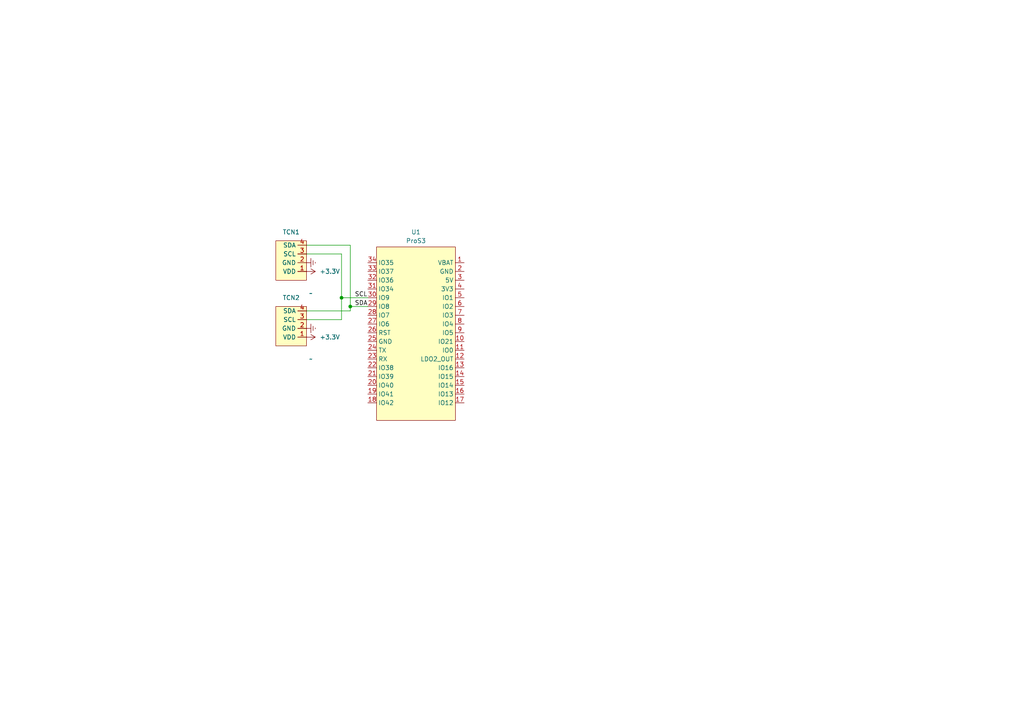
<source format=kicad_sch>
(kicad_sch (version 20230121) (generator eeschema)
  (paper "A4")
  (lib_symbols
    (symbol "Mylibrary:TCN75"
      (property "Reference" "TCN755" (at 3.81 1.27 0))
      (symbol "TCN75_1_1"
        (rectangle (start 0 -1.27) (end 8.89 -12.7) (fill (type background)))
        (pin input line (at 0 -3.81 0) (length 2.54) (name "VDD") (number "1"))
        (pin input line (at 0 -6.35 0) (length 2.54) (name "GND") (number "2"))
        (pin input line (at 0 -8.89 0) (length 2.54) (name "SCL") (number "3"))
        (pin bidirectional line (at 0 -11.43 0) (length 2.54) (name "SDA") (number "4"))
      )
    )
    (symbol "ProS3:ProS3"
      (property "Reference" "U" (at 0 -28.956 0))
      (property "Value" "ProS3" (at -0.508 27.178 0))
      (symbol "ProS3_1_1"
        (rectangle (start -11.43 24.892) (end 11.43 -25.4) (stroke (width 0.1524)) (fill (type background)))
        (pin power_in line (at 13.97 20.32 180) (length 2.54) (name "VBAT") (number "1"))
        (pin bidirectional line (at 13.97 -2.54 180) (length 2.54) (name "IO21") (number "10"))
        (pin bidirectional line (at 13.97 -5.08 180) (length 2.54) (name "IO0") (number "11"))
        (pin power_out line (at 13.97 -7.62 180) (length 2.54) (name "LDO2_OUT") (number "12"))
        (pin bidirectional line (at 13.97 -10.16 180) (length 2.54) (name "IO16") (number "13"))
        (pin bidirectional line (at 13.97 -12.7 180) (length 2.54) (name "IO15") (number "14"))
        (pin bidirectional line (at 13.97 -15.24 180) (length 2.54) (name "IO14") (number "15"))
        (pin bidirectional line (at 13.97 -17.78 180) (length 2.54) (name "IO13") (number "16"))
        (pin bidirectional line (at 13.97 -20.32 180) (length 2.54) (name "IO12") (number "17"))
        (pin bidirectional line (at -13.97 -20.32 0) (length 2.54) (name "IO42") (number "18"))
        (pin bidirectional line (at -13.97 -17.78 0) (length 2.54) (name "IO41") (number "19"))
        (pin power_in line (at 13.97 17.78 180) (length 2.54) (name "GND") (number "2"))
        (pin bidirectional line (at -13.97 -15.24 0) (length 2.54) (name "IO40") (number "20"))
        (pin bidirectional line (at -13.97 -12.7 0) (length 2.54) (name "IO39") (number "21"))
        (pin bidirectional line (at -13.97 -10.16 0) (length 2.54) (name "IO38") (number "22"))
        (pin bidirectional line (at -13.97 -7.62 0) (length 2.54) (name "RX") (number "23"))
        (pin bidirectional line (at -13.97 -5.08 0) (length 2.54) (name "TX") (number "24"))
        (pin power_in line (at -13.97 -2.54 0) (length 2.54) (name "GND") (number "25"))
        (pin input line (at -13.97 0 0) (length 2.54) (name "RST") (number "26"))
        (pin bidirectional line (at -13.97 2.54 0) (length 2.54) (name "IO6") (number "27"))
        (pin bidirectional line (at -13.97 5.08 0) (length 2.54) (name "IO7") (number "28"))
        (pin bidirectional line (at -13.97 7.62 0) (length 2.54) (name "IO8") (number "29"))
        (pin power_in line (at 13.97 15.24 180) (length 2.54) (name "5V") (number "3"))
        (pin bidirectional line (at -13.97 10.16 0) (length 2.54) (name "IO9") (number "30"))
        (pin bidirectional line (at -13.97 12.7 0) (length 2.54) (name "IO34") (number "31"))
        (pin bidirectional line (at -13.97 15.24 0) (length 2.54) (name "IO36") (number "32"))
        (pin bidirectional line (at -13.97 17.78 0) (length 2.54) (name "IO37") (number "33"))
        (pin bidirectional line (at -13.97 20.32 0) (length 2.54) (name "IO35") (number "34"))
        (pin power_in line (at 13.97 12.7 180) (length 2.54) (name "3V3") (number "4"))
        (pin bidirectional line (at 13.97 10.16 180) (length 2.54) (name "IO1") (number "5"))
        (pin bidirectional line (at 13.97 7.62 180) (length 2.54) (name "IO2") (number "6"))
        (pin bidirectional line (at 13.97 5.08 180) (length 2.54) (name "IO3") (number "7"))
        (pin bidirectional line (at 13.97 2.54 180) (length 2.54) (name "IO4") (number "8"))
        (pin bidirectional line (at 13.97 0 180) (length 2.54) (name "IO5") (number "9"))
      )
    )
    (symbol "power:+3.3V" (power) (pin_names (offset 0))
      (property "Value" "+3.3V" (at 0 3.556 0))
      (symbol "+3.3V_0_1"
        (polyline (pts (xy -0.762 1.27) (xy 0 2.54)))
        (polyline (pts (xy 0 0) (xy 0 2.54)))
        (polyline (pts (xy 0 2.54) (xy 0.762 1.27)))
      )
      (symbol "+3.3V_1_1"
        (pin power_in line (at 0 0 90) (length 0) hide (name "+3.3V") (number "1"))
      )
    )
    (symbol "power:Earth" (power) (pin_names (offset 0))
      (symbol "Earth_0_1"
        (polyline (pts (xy -0.635 -1.905) (xy 0.635 -1.905)))
        (polyline (pts (xy -0.127 -2.54) (xy 0.127 -2.54)))
        (polyline (pts (xy 0 -1.27) (xy 0 0)))
        (polyline (pts (xy 1.27 -1.27) (xy -1.27 -1.27)))
      )
      (symbol "Earth_1_1"
        (pin power_in line (at 0 0 270) (length 0) hide (name "Earth") (number "1"))
      )
    )
  )
  (junction (at 101.6 88.9))
  (junction (at 99.06 86.36))
  (wire (pts (xy 99.06 86.36) (xy 99.06 73.66)))
  (wire (pts (xy 99.06 92.71) (xy 88.9 92.71)))
  (wire (pts (xy 101.6 88.9) (xy 101.6 90.17)))
  (wire (pts (xy 101.6 71.12) (xy 88.9 71.12)))
  (wire (pts (xy 106.68 88.9) (xy 101.6 88.9)))
  (wire (pts (xy 101.6 90.17) (xy 88.9 90.17)))
  (wire (pts (xy 106.68 86.36) (xy 99.06 86.36)))
  (wire (pts (xy 101.6 88.9) (xy 101.6 71.12)))
  (wire (pts (xy 99.06 73.66) (xy 88.9 73.66)))
  (wire (pts (xy 99.06 86.36) (xy 99.06 92.71)))
  (label "SCL" (at 102.87 86.36 0))
  (label "SDA" (at 102.87 88.9 0))
  (symbol (lib_id "power:+3.3V") (at 88.9 97.79 270) (unit 1)
    (property "Reference" "#PWR02" (effects hide))
    (property "Value" "+3.3V" (at 92.71 97.79 90) (effects (justify left)))
  )
  (symbol (lib_id "Mylibrary:TCN75") (at 88.9 82.55 180) (unit 1)
    (property "Reference" "TCN1" (at 84.455 67.31 0))
    (property "Value" "~" (at 90.17 85.09 0))
  )
  (symbol (lib_id "power:+3.3V") (at 88.9 78.74 270) (unit 1)
    (property "Reference" "#PWR01" (effects hide))
    (property "Value" "+3.3V" (at 92.71 78.74 90) (effects (justify left)))
  )
  (symbol (lib_id "power:Earth") (at 88.9 95.25 90) (unit 1)
    (property "Reference" "#PWR03" (effects hide))
    (property "Value" "Earth" (effects hide))
  )
  (symbol (lib_id "Mylibrary:TCN75") (at 88.9 101.6 180) (unit 1)
    (property "Reference" "TCN2" (at 84.455 86.36 0))
    (property "Value" "~" (at 90.17 104.14 0))
  )
  (symbol (lib_id "ProS3:ProS3") (at 120.65 96.52 0) (unit 1)
    (property "Reference" "U1" (at 120.65 67.31 0))
    (property "Value" "ProS3" (at 120.65 69.85 0))
    (property "Footprint" "footprints:ProS3_TH" (effects hide))
  )
  (symbol (lib_id "power:Earth") (at 88.9 76.2 90) (unit 1)
    (property "Reference" "#PWR04" (effects hide))
    (property "Value" "Earth" (effects hide))
  )
)
</source>
